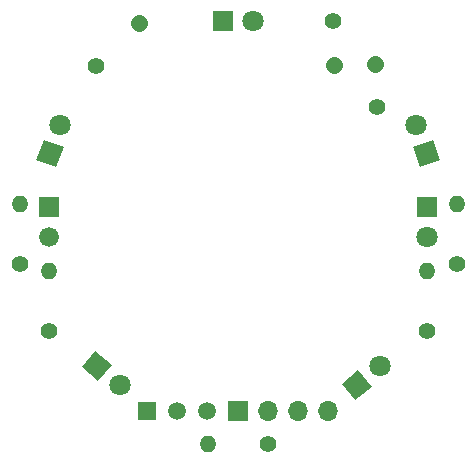
<source format=gts>
G04 #@! TF.FileFunction,Soldermask,Top*
%FSLAX46Y46*%
G04 Gerber Fmt 4.6, Leading zero omitted, Abs format (unit mm)*
G04 Created by KiCad (PCBNEW 4.0.6) date 05/21/19 14:25:24*
%MOMM*%
%LPD*%
G01*
G04 APERTURE LIST*
%ADD10C,0.100000*%
%ADD11C,1.800000*%
%ADD12R,1.676400X1.676400*%
%ADD13C,1.676400*%
%ADD14C,1.400000*%
%ADD15O,1.400000X1.400000*%
%ADD16C,1.400000*%
%ADD17R,1.800000X1.800000*%
%ADD18R,1.700000X1.700000*%
%ADD19O,1.700000X1.700000*%
%ADD20C,1.520000*%
%ADD21R,1.520000X1.520000*%
G04 APERTURE END LIST*
D10*
G36*
X184087907Y-81731315D02*
X182396461Y-82346951D01*
X181780825Y-80655505D01*
X183472271Y-80039869D01*
X184087907Y-81731315D01*
X184087907Y-81731315D01*
G37*
D11*
X182065634Y-78806590D03*
D12*
X151000000Y-85730000D03*
D13*
X151000000Y-88270000D03*
D14*
X148500000Y-90500000D03*
D15*
X148500000Y-85420000D03*
D14*
X169500000Y-105750000D03*
D15*
X164420000Y-105750000D03*
D14*
X178750000Y-77250000D03*
D16*
X175157898Y-73657898D02*
X175157898Y-73657898D01*
D14*
X175000000Y-70000000D03*
D16*
X178592102Y-73592102D02*
X178592102Y-73592102D01*
D14*
X183000000Y-96250000D03*
D15*
X183000000Y-91170000D03*
D14*
X151000000Y-96250000D03*
D15*
X151000000Y-91170000D03*
D14*
X155000000Y-73750000D03*
D16*
X158592102Y-70157898D02*
X158592102Y-70157898D01*
D14*
X185500000Y-90500000D03*
D15*
X185500000Y-85420000D03*
D10*
G36*
X153759175Y-99294591D02*
X154916193Y-97915711D01*
X156295073Y-99072729D01*
X155138055Y-100451609D01*
X153759175Y-99294591D01*
X153759175Y-99294591D01*
G37*
D11*
X156972876Y-100816340D03*
D10*
G36*
X151603539Y-82346951D02*
X149912093Y-81731315D01*
X150527729Y-80039869D01*
X152219175Y-80655505D01*
X151603539Y-82346951D01*
X151603539Y-82346951D01*
G37*
D11*
X151934366Y-78806590D03*
D17*
X165730000Y-70000000D03*
D11*
X168270000Y-70000000D03*
D17*
X183000000Y-85750000D03*
D11*
X183000000Y-88290000D03*
D10*
G36*
X176916193Y-102084289D02*
X175759175Y-100705409D01*
X177138055Y-99548391D01*
X178295073Y-100927271D01*
X176916193Y-102084289D01*
X176916193Y-102084289D01*
G37*
D11*
X178972876Y-99183660D03*
D18*
X167000000Y-103000000D03*
D19*
X169540000Y-103000000D03*
X172080000Y-103000000D03*
X174620000Y-103000000D03*
D20*
X161790000Y-103000000D03*
X164330000Y-103000000D03*
D21*
X159250000Y-103000000D03*
D20*
X161790000Y-103000000D03*
X164330000Y-103000000D03*
D21*
X159250000Y-103000000D03*
M02*

</source>
